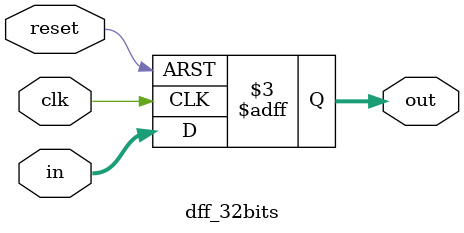
<source format=v>
`timescale 1ns / 1ps


module dff_32bits(
input clk,
input reset,
input [31:0]in,
output reg [31:0]out
    );
    
    always @(posedge clk or negedge reset)begin
    if(reset==0)out<=0;
    else out<=in;
    end
endmodule

</source>
